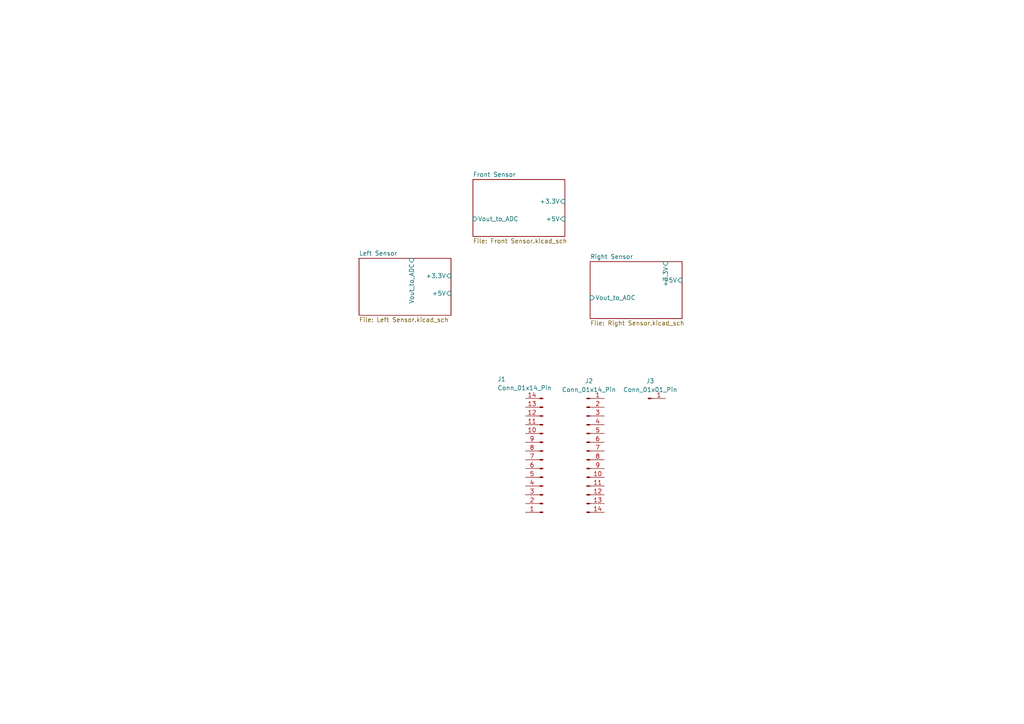
<source format=kicad_sch>
(kicad_sch (version 20231120) (generator "eeschema") (generator_version "8.0")
  (paper "A4")
  (lib_symbols
    (symbol "Connector:Conn_01x01_Pin" (pin_names (offset 1.016) hide)
      (property "Reference" "J" (at 0 2.54 0))
      (property "Value" "Conn_01x01_Pin" (at 0 -2.54 0))
      (symbol "Conn_01x01_Pin_1_1"
        (polyline (pts (xy 1.27 0) (xy 0.8636 0)) (stroke (width 0.1524)))
        (rectangle (start 0.8636 0.127) (end 0 -0.127) (stroke (width 0.1524)) (fill (type outline)))
        (pin passive line (at 5.08 0 180) (length 3.81) (name "Pin_1") (number "1"))
      )
    )
    (symbol "Connector:Conn_01x14_Pin" (pin_names (offset 1.016) hide)
      (property "Reference" "J" (at 0 17.78 0))
      (property "Value" "Conn_01x14_Pin" (at 0 -20.32 0))
      (symbol "Conn_01x14_Pin_1_1"
        (polyline (pts (xy 1.27 -17.78) (xy 0.8636 -17.78)) (stroke (width 0.1524)))
        (polyline (pts (xy 1.27 -15.24) (xy 0.8636 -15.24)) (stroke (width 0.1524)))
        (polyline (pts (xy 1.27 -12.7) (xy 0.8636 -12.7)) (stroke (width 0.1524)))
        (polyline (pts (xy 1.27 -10.16) (xy 0.8636 -10.16)) (stroke (width 0.1524)))
        (polyline (pts (xy 1.27 -7.62) (xy 0.8636 -7.62)) (stroke (width 0.1524)))
        (polyline (pts (xy 1.27 -5.08) (xy 0.8636 -5.08)) (stroke (width 0.1524)))
        (polyline (pts (xy 1.27 -2.54) (xy 0.8636 -2.54)) (stroke (width 0.1524)))
        (polyline (pts (xy 1.27 0) (xy 0.8636 0)) (stroke (width 0.1524)))
        (polyline (pts (xy 1.27 2.54) (xy 0.8636 2.54)) (stroke (width 0.1524)))
        (polyline (pts (xy 1.27 5.08) (xy 0.8636 5.08)) (stroke (width 0.1524)))
        (polyline (pts (xy 1.27 7.62) (xy 0.8636 7.62)) (stroke (width 0.1524)))
        (polyline (pts (xy 1.27 10.16) (xy 0.8636 10.16)) (stroke (width 0.1524)))
        (polyline (pts (xy 1.27 12.7) (xy 0.8636 12.7)) (stroke (width 0.1524)))
        (polyline (pts (xy 1.27 15.24) (xy 0.8636 15.24)) (stroke (width 0.1524)))
        (rectangle (start 0.8636 -17.653) (end 0 -17.907) (stroke (width 0.1524)) (fill (type outline)))
        (rectangle (start 0.8636 -15.113) (end 0 -15.367) (stroke (width 0.1524)) (fill (type outline)))
        (rectangle (start 0.8636 -12.573) (end 0 -12.827) (stroke (width 0.1524)) (fill (type outline)))
        (rectangle (start 0.8636 -10.033) (end 0 -10.287) (stroke (width 0.1524)) (fill (type outline)))
        (rectangle (start 0.8636 -7.493) (end 0 -7.747) (stroke (width 0.1524)) (fill (type outline)))
        (rectangle (start 0.8636 -4.953) (end 0 -5.207) (stroke (width 0.1524)) (fill (type outline)))
        (rectangle (start 0.8636 -2.413) (end 0 -2.667) (stroke (width 0.1524)) (fill (type outline)))
        (rectangle (start 0.8636 0.127) (end 0 -0.127) (stroke (width 0.1524)) (fill (type outline)))
        (rectangle (start 0.8636 2.667) (end 0 2.413) (stroke (width 0.1524)) (fill (type outline)))
        (rectangle (start 0.8636 5.207) (end 0 4.953) (stroke (width 0.1524)) (fill (type outline)))
        (rectangle (start 0.8636 7.747) (end 0 7.493) (stroke (width 0.1524)) (fill (type outline)))
        (rectangle (start 0.8636 10.287) (end 0 10.033) (stroke (width 0.1524)) (fill (type outline)))
        (rectangle (start 0.8636 12.827) (end 0 12.573) (stroke (width 0.1524)) (fill (type outline)))
        (rectangle (start 0.8636 15.367) (end 0 15.113) (stroke (width 0.1524)) (fill (type outline)))
        (pin passive line (at 5.08 15.24 180) (length 3.81) (name "Pin_1") (number "1"))
        (pin passive line (at 5.08 -7.62 180) (length 3.81) (name "Pin_10") (number "10"))
        (pin passive line (at 5.08 -10.16 180) (length 3.81) (name "Pin_11") (number "11"))
        (pin passive line (at 5.08 -12.7 180) (length 3.81) (name "Pin_12") (number "12"))
        (pin passive line (at 5.08 -15.24 180) (length 3.81) (name "Pin_13") (number "13"))
        (pin passive line (at 5.08 -17.78 180) (length 3.81) (name "Pin_14") (number "14"))
        (pin passive line (at 5.08 12.7 180) (length 3.81) (name "Pin_2") (number "2"))
        (pin passive line (at 5.08 10.16 180) (length 3.81) (name "Pin_3") (number "3"))
        (pin passive line (at 5.08 7.62 180) (length 3.81) (name "Pin_4") (number "4"))
        (pin passive line (at 5.08 5.08 180) (length 3.81) (name "Pin_5") (number "5"))
        (pin passive line (at 5.08 2.54 180) (length 3.81) (name "Pin_6") (number "6"))
        (pin passive line (at 5.08 0 180) (length 3.81) (name "Pin_7") (number "7"))
        (pin passive line (at 5.08 -2.54 180) (length 3.81) (name "Pin_8") (number "8"))
        (pin passive line (at 5.08 -5.08 180) (length 3.81) (name "Pin_9") (number "9"))
      )
    )
  )
  (symbol (lib_id "Connector:Conn_01x01_Pin") (at 187.96 115.57 0) (unit 1)
    (property "Reference" "J3" (at 188.595 110.49 0))
    (property "Value" "Conn_01x01_Pin" (at 188.595 113.03 0))
    (property "Description" "Generic connector, single row, 01x01, script generated" (effects (hide yes)))
  )
  (symbol (lib_id "Connector:Conn_01x14_Pin") (at 157.48 133.35 180) (unit 1)
    (property "Reference" "J1" (at 144.272 109.982 0) (effects (justify right)))
    (property "Value" "Conn_01x14_Pin" (at 144.272 112.522 0) (effects (justify right)))
    (property "Description" "Generic connector, single row, 01x14, script generated" (effects (hide yes)))
  )
  (symbol (lib_id "Connector:Conn_01x14_Pin") (at 170.18 130.81 0) (unit 1)
    (property "Reference" "J2" (at 170.815 110.49 0))
    (property "Value" "Conn_01x14_Pin" (at 170.815 113.03 0))
    (property "Description" "Generic connector, single row, 01x14, script generated" (effects (hide yes)))
  )
  (sheet (at 137.16 52.07) (size 26.67 16.51) (stroke (width 0.1524))
    (property "Sheetname" "Front Sensor" (at 137.16 51.3584 0) (effects (justify left bottom)))
    (property "Sheetfile" "Front Sensor.kicad_sch" (at 137.16 69.1646 0) (effects (justify left top)))
    (pin "Vout_to_ADC" input (at 137.16 63.5 180))
    (pin "+3.3V" input (at 163.83 58.42 0))
    (pin "+5V" input (at 163.83 63.5 0))
  )
  (sheet (at 171.1715 75.8907) (size 26.67 16.51) (stroke (width 0.1524))
    (property "Sheetname" "Right Sensor" (at 171.1715 75.1791 0) (effects (justify left bottom)))
    (property "Sheetfile" "Right Sensor.kicad_sch" (at 171.1715 92.9853 0) (effects (justify left top)))
    (pin "Vout_to_ADC" input (at 171.1715 86.36 180))
    (pin "+3.3V" input (at 193.04 75.8907 90))
    (pin "+5V" input (at 197.8415 81.28 0))
  )
  (sheet (at 104.14 74.93) (size 26.67 16.51) (stroke (width 0.1524))
    (property "Sheetname" "Left Sensor" (at 104.14 74.2184 0) (effects (justify left bottom)))
    (property "Sheetfile" "Left Sensor.kicad_sch" (at 104.14 92.0246 0) (effects (justify left top)))
    (pin "Vout_to_ADC" input (at 119.38 74.93 90))
    (pin "+3.3V" input (at 130.81 80.01 0))
    (pin "+5V" input (at 130.81 85.09 0))
  )
)
</source>
